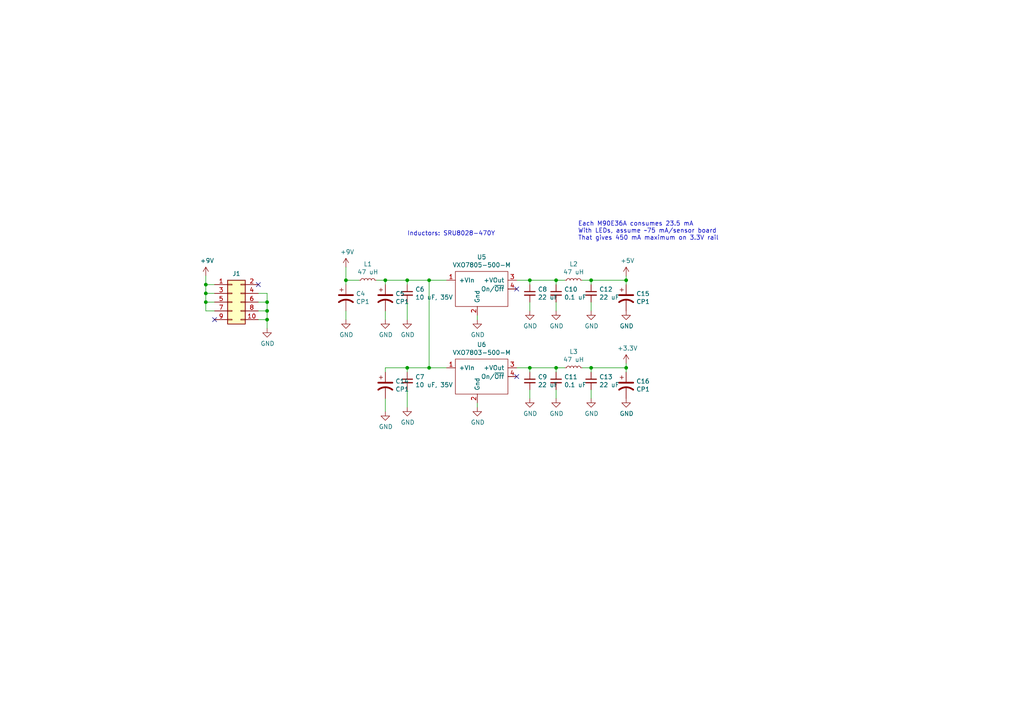
<source format=kicad_sch>
(kicad_sch (version 20211123) (generator eeschema)

  (uuid b96fe6ac-3535-4455-ab88-ed77f5e46d6e)

  (paper "A4")

  (lib_symbols
    (symbol "Connector_Generic:Conn_02x05_Odd_Even" (pin_names (offset 1.016) hide) (in_bom yes) (on_board yes)
      (property "Reference" "J" (id 0) (at 1.27 7.62 0)
        (effects (font (size 1.27 1.27)))
      )
      (property "Value" "Conn_02x05_Odd_Even" (id 1) (at 1.27 -7.62 0)
        (effects (font (size 1.27 1.27)))
      )
      (property "Footprint" "" (id 2) (at 0 0 0)
        (effects (font (size 1.27 1.27)) hide)
      )
      (property "Datasheet" "~" (id 3) (at 0 0 0)
        (effects (font (size 1.27 1.27)) hide)
      )
      (property "ki_keywords" "connector" (id 4) (at 0 0 0)
        (effects (font (size 1.27 1.27)) hide)
      )
      (property "ki_description" "Generic connector, double row, 02x05, odd/even pin numbering scheme (row 1 odd numbers, row 2 even numbers), script generated (kicad-library-utils/schlib/autogen/connector/)" (id 5) (at 0 0 0)
        (effects (font (size 1.27 1.27)) hide)
      )
      (property "ki_fp_filters" "Connector*:*_2x??_*" (id 6) (at 0 0 0)
        (effects (font (size 1.27 1.27)) hide)
      )
      (symbol "Conn_02x05_Odd_Even_1_1"
        (rectangle (start -1.27 -4.953) (end 0 -5.207)
          (stroke (width 0.1524) (type default) (color 0 0 0 0))
          (fill (type none))
        )
        (rectangle (start -1.27 -2.413) (end 0 -2.667)
          (stroke (width 0.1524) (type default) (color 0 0 0 0))
          (fill (type none))
        )
        (rectangle (start -1.27 0.127) (end 0 -0.127)
          (stroke (width 0.1524) (type default) (color 0 0 0 0))
          (fill (type none))
        )
        (rectangle (start -1.27 2.667) (end 0 2.413)
          (stroke (width 0.1524) (type default) (color 0 0 0 0))
          (fill (type none))
        )
        (rectangle (start -1.27 5.207) (end 0 4.953)
          (stroke (width 0.1524) (type default) (color 0 0 0 0))
          (fill (type none))
        )
        (rectangle (start -1.27 6.35) (end 3.81 -6.35)
          (stroke (width 0.254) (type default) (color 0 0 0 0))
          (fill (type background))
        )
        (rectangle (start 3.81 -4.953) (end 2.54 -5.207)
          (stroke (width 0.1524) (type default) (color 0 0 0 0))
          (fill (type none))
        )
        (rectangle (start 3.81 -2.413) (end 2.54 -2.667)
          (stroke (width 0.1524) (type default) (color 0 0 0 0))
          (fill (type none))
        )
        (rectangle (start 3.81 0.127) (end 2.54 -0.127)
          (stroke (width 0.1524) (type default) (color 0 0 0 0))
          (fill (type none))
        )
        (rectangle (start 3.81 2.667) (end 2.54 2.413)
          (stroke (width 0.1524) (type default) (color 0 0 0 0))
          (fill (type none))
        )
        (rectangle (start 3.81 5.207) (end 2.54 4.953)
          (stroke (width 0.1524) (type default) (color 0 0 0 0))
          (fill (type none))
        )
        (pin passive line (at -5.08 5.08 0) (length 3.81)
          (name "Pin_1" (effects (font (size 1.27 1.27))))
          (number "1" (effects (font (size 1.27 1.27))))
        )
        (pin passive line (at 7.62 -5.08 180) (length 3.81)
          (name "Pin_10" (effects (font (size 1.27 1.27))))
          (number "10" (effects (font (size 1.27 1.27))))
        )
        (pin passive line (at 7.62 5.08 180) (length 3.81)
          (name "Pin_2" (effects (font (size 1.27 1.27))))
          (number "2" (effects (font (size 1.27 1.27))))
        )
        (pin passive line (at -5.08 2.54 0) (length 3.81)
          (name "Pin_3" (effects (font (size 1.27 1.27))))
          (number "3" (effects (font (size 1.27 1.27))))
        )
        (pin passive line (at 7.62 2.54 180) (length 3.81)
          (name "Pin_4" (effects (font (size 1.27 1.27))))
          (number "4" (effects (font (size 1.27 1.27))))
        )
        (pin passive line (at -5.08 0 0) (length 3.81)
          (name "Pin_5" (effects (font (size 1.27 1.27))))
          (number "5" (effects (font (size 1.27 1.27))))
        )
        (pin passive line (at 7.62 0 180) (length 3.81)
          (name "Pin_6" (effects (font (size 1.27 1.27))))
          (number "6" (effects (font (size 1.27 1.27))))
        )
        (pin passive line (at -5.08 -2.54 0) (length 3.81)
          (name "Pin_7" (effects (font (size 1.27 1.27))))
          (number "7" (effects (font (size 1.27 1.27))))
        )
        (pin passive line (at 7.62 -2.54 180) (length 3.81)
          (name "Pin_8" (effects (font (size 1.27 1.27))))
          (number "8" (effects (font (size 1.27 1.27))))
        )
        (pin passive line (at -5.08 -5.08 0) (length 3.81)
          (name "Pin_9" (effects (font (size 1.27 1.27))))
          (number "9" (effects (font (size 1.27 1.27))))
        )
      )
    )
    (symbol "Device:CP1" (pin_numbers hide) (pin_names (offset 0.254) hide) (in_bom yes) (on_board yes)
      (property "Reference" "C" (id 0) (at 0.635 2.54 0)
        (effects (font (size 1.27 1.27)) (justify left))
      )
      (property "Value" "Device_CP1" (id 1) (at 0.635 -2.54 0)
        (effects (font (size 1.27 1.27)) (justify left))
      )
      (property "Footprint" "" (id 2) (at 0 0 0)
        (effects (font (size 1.27 1.27)) hide)
      )
      (property "Datasheet" "" (id 3) (at 0 0 0)
        (effects (font (size 1.27 1.27)) hide)
      )
      (property "ki_fp_filters" "CP_*" (id 4) (at 0 0 0)
        (effects (font (size 1.27 1.27)) hide)
      )
      (symbol "CP1_0_1"
        (polyline
          (pts
            (xy -2.032 0.762)
            (xy 2.032 0.762)
          )
          (stroke (width 0.508) (type default) (color 0 0 0 0))
          (fill (type none))
        )
        (polyline
          (pts
            (xy -1.778 2.286)
            (xy -0.762 2.286)
          )
          (stroke (width 0) (type default) (color 0 0 0 0))
          (fill (type none))
        )
        (polyline
          (pts
            (xy -1.27 1.778)
            (xy -1.27 2.794)
          )
          (stroke (width 0) (type default) (color 0 0 0 0))
          (fill (type none))
        )
        (arc (start 2.032 -1.27) (mid 0 -0.5572) (end -2.032 -1.27)
          (stroke (width 0.508) (type default) (color 0 0 0 0))
          (fill (type none))
        )
      )
      (symbol "CP1_1_1"
        (pin passive line (at 0 3.81 270) (length 2.794)
          (name "~" (effects (font (size 1.27 1.27))))
          (number "1" (effects (font (size 1.27 1.27))))
        )
        (pin passive line (at 0 -3.81 90) (length 3.302)
          (name "~" (effects (font (size 1.27 1.27))))
          (number "2" (effects (font (size 1.27 1.27))))
        )
      )
    )
    (symbol "Device:C_Small" (pin_numbers hide) (pin_names (offset 0.254) hide) (in_bom yes) (on_board yes)
      (property "Reference" "C" (id 0) (at 0.254 1.778 0)
        (effects (font (size 1.27 1.27)) (justify left))
      )
      (property "Value" "C_Small" (id 1) (at 0.254 -2.032 0)
        (effects (font (size 1.27 1.27)) (justify left))
      )
      (property "Footprint" "" (id 2) (at 0 0 0)
        (effects (font (size 1.27 1.27)) hide)
      )
      (property "Datasheet" "~" (id 3) (at 0 0 0)
        (effects (font (size 1.27 1.27)) hide)
      )
      (property "ki_keywords" "capacitor cap" (id 4) (at 0 0 0)
        (effects (font (size 1.27 1.27)) hide)
      )
      (property "ki_description" "Unpolarized capacitor, small symbol" (id 5) (at 0 0 0)
        (effects (font (size 1.27 1.27)) hide)
      )
      (property "ki_fp_filters" "C_*" (id 6) (at 0 0 0)
        (effects (font (size 1.27 1.27)) hide)
      )
      (symbol "C_Small_0_1"
        (polyline
          (pts
            (xy -1.524 -0.508)
            (xy 1.524 -0.508)
          )
          (stroke (width 0.3302) (type default) (color 0 0 0 0))
          (fill (type none))
        )
        (polyline
          (pts
            (xy -1.524 0.508)
            (xy 1.524 0.508)
          )
          (stroke (width 0.3048) (type default) (color 0 0 0 0))
          (fill (type none))
        )
      )
      (symbol "C_Small_1_1"
        (pin passive line (at 0 2.54 270) (length 2.032)
          (name "~" (effects (font (size 1.27 1.27))))
          (number "1" (effects (font (size 1.27 1.27))))
        )
        (pin passive line (at 0 -2.54 90) (length 2.032)
          (name "~" (effects (font (size 1.27 1.27))))
          (number "2" (effects (font (size 1.27 1.27))))
        )
      )
    )
    (symbol "Device:L_Small" (pin_numbers hide) (pin_names (offset 0.254) hide) (in_bom yes) (on_board yes)
      (property "Reference" "L" (id 0) (at 0.762 1.016 0)
        (effects (font (size 1.27 1.27)) (justify left))
      )
      (property "Value" "L_Small" (id 1) (at 0.762 -1.016 0)
        (effects (font (size 1.27 1.27)) (justify left))
      )
      (property "Footprint" "" (id 2) (at 0 0 0)
        (effects (font (size 1.27 1.27)) hide)
      )
      (property "Datasheet" "~" (id 3) (at 0 0 0)
        (effects (font (size 1.27 1.27)) hide)
      )
      (property "ki_keywords" "inductor choke coil reactor magnetic" (id 4) (at 0 0 0)
        (effects (font (size 1.27 1.27)) hide)
      )
      (property "ki_description" "Inductor, small symbol" (id 5) (at 0 0 0)
        (effects (font (size 1.27 1.27)) hide)
      )
      (property "ki_fp_filters" "Choke_* *Coil* Inductor_* L_*" (id 6) (at 0 0 0)
        (effects (font (size 1.27 1.27)) hide)
      )
      (symbol "L_Small_0_1"
        (arc (start 0 -2.032) (mid 0.508 -1.524) (end 0 -1.016)
          (stroke (width 0) (type default) (color 0 0 0 0))
          (fill (type none))
        )
        (arc (start 0 -1.016) (mid 0.508 -0.508) (end 0 0)
          (stroke (width 0) (type default) (color 0 0 0 0))
          (fill (type none))
        )
        (arc (start 0 0) (mid 0.508 0.508) (end 0 1.016)
          (stroke (width 0) (type default) (color 0 0 0 0))
          (fill (type none))
        )
        (arc (start 0 1.016) (mid 0.508 1.524) (end 0 2.032)
          (stroke (width 0) (type default) (color 0 0 0 0))
          (fill (type none))
        )
      )
      (symbol "L_Small_1_1"
        (pin passive line (at 0 2.54 270) (length 0.508)
          (name "~" (effects (font (size 1.27 1.27))))
          (number "1" (effects (font (size 1.27 1.27))))
        )
        (pin passive line (at 0 -2.54 90) (length 0.508)
          (name "~" (effects (font (size 1.27 1.27))))
          (number "2" (effects (font (size 1.27 1.27))))
        )
      )
    )
    (symbol "custom:VXO78x-500-M" (pin_names (offset 1.016)) (in_bom yes) (on_board yes)
      (property "Reference" "U" (id 0) (at -1.27 8.89 0)
        (effects (font (size 1.27 1.27)))
      )
      (property "Value" "VXO78x-500-M" (id 1) (at 0 6.35 0)
        (effects (font (size 1.27 1.27)))
      )
      (property "Footprint" "custom:VXO78x-500-M" (id 2) (at 0 0 0)
        (effects (font (size 1.27 1.27)) hide)
      )
      (property "Datasheet" "" (id 3) (at 0 0 0)
        (effects (font (size 1.27 1.27)) hide)
      )
      (symbol "VXO78x-500-M_0_1"
        (rectangle (start -6.35 3.81) (end 8.89 -6.35)
          (stroke (width 0) (type default) (color 0 0 0 0))
          (fill (type none))
        )
      )
      (symbol "VXO78x-500-M_1_1"
        (pin power_in line (at -8.89 1.27 0) (length 2.54)
          (name "+VIn" (effects (font (size 1.27 1.27))))
          (number "1" (effects (font (size 1.27 1.27))))
        )
        (pin power_in line (at 0 -8.89 90) (length 2.54)
          (name "Gnd" (effects (font (size 1.27 1.27))))
          (number "2" (effects (font (size 1.27 1.27))))
        )
        (pin power_out line (at 11.43 1.27 180) (length 2.54)
          (name "+VOut" (effects (font (size 1.27 1.27))))
          (number "3" (effects (font (size 1.27 1.27))))
        )
        (pin input line (at 11.43 -1.27 180) (length 2.54)
          (name "On/~{Off}" (effects (font (size 1.27 1.27))))
          (number "4" (effects (font (size 1.27 1.27))))
        )
      )
    )
    (symbol "power:+3.3V" (power) (pin_names (offset 0)) (in_bom yes) (on_board yes)
      (property "Reference" "#PWR" (id 0) (at 0 -3.81 0)
        (effects (font (size 1.27 1.27)) hide)
      )
      (property "Value" "+3.3V" (id 1) (at 0 3.556 0)
        (effects (font (size 1.27 1.27)))
      )
      (property "Footprint" "" (id 2) (at 0 0 0)
        (effects (font (size 1.27 1.27)) hide)
      )
      (property "Datasheet" "" (id 3) (at 0 0 0)
        (effects (font (size 1.27 1.27)) hide)
      )
      (property "ki_keywords" "global power" (id 4) (at 0 0 0)
        (effects (font (size 1.27 1.27)) hide)
      )
      (property "ki_description" "Power symbol creates a global label with name \"+3.3V\"" (id 5) (at 0 0 0)
        (effects (font (size 1.27 1.27)) hide)
      )
      (symbol "+3.3V_0_1"
        (polyline
          (pts
            (xy -0.762 1.27)
            (xy 0 2.54)
          )
          (stroke (width 0) (type default) (color 0 0 0 0))
          (fill (type none))
        )
        (polyline
          (pts
            (xy 0 0)
            (xy 0 2.54)
          )
          (stroke (width 0) (type default) (color 0 0 0 0))
          (fill (type none))
        )
        (polyline
          (pts
            (xy 0 2.54)
            (xy 0.762 1.27)
          )
          (stroke (width 0) (type default) (color 0 0 0 0))
          (fill (type none))
        )
      )
      (symbol "+3.3V_1_1"
        (pin power_in line (at 0 0 90) (length 0) hide
          (name "+3.3V" (effects (font (size 1.27 1.27))))
          (number "1" (effects (font (size 1.27 1.27))))
        )
      )
    )
    (symbol "power:+5V" (power) (pin_names (offset 0)) (in_bom yes) (on_board yes)
      (property "Reference" "#PWR" (id 0) (at 0 -3.81 0)
        (effects (font (size 1.27 1.27)) hide)
      )
      (property "Value" "+5V" (id 1) (at 0 3.556 0)
        (effects (font (size 1.27 1.27)))
      )
      (property "Footprint" "" (id 2) (at 0 0 0)
        (effects (font (size 1.27 1.27)) hide)
      )
      (property "Datasheet" "" (id 3) (at 0 0 0)
        (effects (font (size 1.27 1.27)) hide)
      )
      (property "ki_keywords" "global power" (id 4) (at 0 0 0)
        (effects (font (size 1.27 1.27)) hide)
      )
      (property "ki_description" "Power symbol creates a global label with name \"+5V\"" (id 5) (at 0 0 0)
        (effects (font (size 1.27 1.27)) hide)
      )
      (symbol "+5V_0_1"
        (polyline
          (pts
            (xy -0.762 1.27)
            (xy 0 2.54)
          )
          (stroke (width 0) (type default) (color 0 0 0 0))
          (fill (type none))
        )
        (polyline
          (pts
            (xy 0 0)
            (xy 0 2.54)
          )
          (stroke (width 0) (type default) (color 0 0 0 0))
          (fill (type none))
        )
        (polyline
          (pts
            (xy 0 2.54)
            (xy 0.762 1.27)
          )
          (stroke (width 0) (type default) (color 0 0 0 0))
          (fill (type none))
        )
      )
      (symbol "+5V_1_1"
        (pin power_in line (at 0 0 90) (length 0) hide
          (name "+5V" (effects (font (size 1.27 1.27))))
          (number "1" (effects (font (size 1.27 1.27))))
        )
      )
    )
    (symbol "power:+9V" (power) (pin_names (offset 0)) (in_bom yes) (on_board yes)
      (property "Reference" "#PWR" (id 0) (at 0 -3.81 0)
        (effects (font (size 1.27 1.27)) hide)
      )
      (property "Value" "+9V" (id 1) (at 0 3.556 0)
        (effects (font (size 1.27 1.27)))
      )
      (property "Footprint" "" (id 2) (at 0 0 0)
        (effects (font (size 1.27 1.27)) hide)
      )
      (property "Datasheet" "" (id 3) (at 0 0 0)
        (effects (font (size 1.27 1.27)) hide)
      )
      (property "ki_keywords" "global power" (id 4) (at 0 0 0)
        (effects (font (size 1.27 1.27)) hide)
      )
      (property "ki_description" "Power symbol creates a global label with name \"+9V\"" (id 5) (at 0 0 0)
        (effects (font (size 1.27 1.27)) hide)
      )
      (symbol "+9V_0_1"
        (polyline
          (pts
            (xy -0.762 1.27)
            (xy 0 2.54)
          )
          (stroke (width 0) (type default) (color 0 0 0 0))
          (fill (type none))
        )
        (polyline
          (pts
            (xy 0 0)
            (xy 0 2.54)
          )
          (stroke (width 0) (type default) (color 0 0 0 0))
          (fill (type none))
        )
        (polyline
          (pts
            (xy 0 2.54)
            (xy 0.762 1.27)
          )
          (stroke (width 0) (type default) (color 0 0 0 0))
          (fill (type none))
        )
      )
      (symbol "+9V_1_1"
        (pin power_in line (at 0 0 90) (length 0) hide
          (name "+9V" (effects (font (size 1.27 1.27))))
          (number "1" (effects (font (size 1.27 1.27))))
        )
      )
    )
    (symbol "power:GND" (power) (pin_names (offset 0)) (in_bom yes) (on_board yes)
      (property "Reference" "#PWR" (id 0) (at 0 -6.35 0)
        (effects (font (size 1.27 1.27)) hide)
      )
      (property "Value" "GND" (id 1) (at 0 -3.81 0)
        (effects (font (size 1.27 1.27)))
      )
      (property "Footprint" "" (id 2) (at 0 0 0)
        (effects (font (size 1.27 1.27)) hide)
      )
      (property "Datasheet" "" (id 3) (at 0 0 0)
        (effects (font (size 1.27 1.27)) hide)
      )
      (property "ki_keywords" "global power" (id 4) (at 0 0 0)
        (effects (font (size 1.27 1.27)) hide)
      )
      (property "ki_description" "Power symbol creates a global label with name \"GND\" , ground" (id 5) (at 0 0 0)
        (effects (font (size 1.27 1.27)) hide)
      )
      (symbol "GND_0_1"
        (polyline
          (pts
            (xy 0 0)
            (xy 0 -1.27)
            (xy 1.27 -1.27)
            (xy 0 -2.54)
            (xy -1.27 -1.27)
            (xy 0 -1.27)
          )
          (stroke (width 0) (type default) (color 0 0 0 0))
          (fill (type none))
        )
      )
      (symbol "GND_1_1"
        (pin power_in line (at 0 0 270) (length 0) hide
          (name "GND" (effects (font (size 1.27 1.27))))
          (number "1" (effects (font (size 1.27 1.27))))
        )
      )
    )
  )

  (junction (at 77.47 87.63) (diameter 0) (color 0 0 0 0)
    (uuid 026ac84e-b8b2-4dd2-b675-8323c24fd778)
  )
  (junction (at 181.61 81.28) (diameter 0) (color 0 0 0 0)
    (uuid 16bd6381-8ac0-4bf2-9dce-ecc20c724b8d)
  )
  (junction (at 161.29 81.28) (diameter 0) (color 0 0 0 0)
    (uuid 20c315f4-1e4f-49aa-8d61-778a7389df7e)
  )
  (junction (at 124.46 81.28) (diameter 0) (color 0 0 0 0)
    (uuid 2d67a417-188f-4014-9282-000265d80009)
  )
  (junction (at 77.47 92.71) (diameter 0) (color 0 0 0 0)
    (uuid 34d03349-6d78-4165-a683-2d8b76f2bae8)
  )
  (junction (at 100.33 81.28) (diameter 0) (color 0 0 0 0)
    (uuid 41acfe41-fac7-432a-a7a3-946566e2d504)
  )
  (junction (at 124.46 106.68) (diameter 0) (color 0 0 0 0)
    (uuid 477311b9-8f81-40c8-9c55-fd87e287247a)
  )
  (junction (at 171.45 106.68) (diameter 0) (color 0 0 0 0)
    (uuid 4fa10683-33cd-4dcd-8acc-2415cd63c62a)
  )
  (junction (at 118.11 81.28) (diameter 0) (color 0 0 0 0)
    (uuid 65134029-dbd2-409a-85a8-13c2a33ff019)
  )
  (junction (at 59.69 85.09) (diameter 0) (color 0 0 0 0)
    (uuid 6f80f798-dc24-438f-a1eb-4ee2936267c8)
  )
  (junction (at 161.29 106.68) (diameter 0) (color 0 0 0 0)
    (uuid 7b044939-8c4d-444f-b9e0-a15fcdeb5a86)
  )
  (junction (at 77.47 90.17) (diameter 0) (color 0 0 0 0)
    (uuid 86dc7a78-7d51-4111-9eea-8a8f7977eb16)
  )
  (junction (at 153.67 106.68) (diameter 0) (color 0 0 0 0)
    (uuid 89e83c2e-e90a-4a50-b278-880bac0cfb49)
  )
  (junction (at 171.45 81.28) (diameter 0) (color 0 0 0 0)
    (uuid 8d0c1d66-35ef-4a53-a28f-436a11b54f42)
  )
  (junction (at 59.69 82.55) (diameter 0) (color 0 0 0 0)
    (uuid 9a0b74a5-4879-4b51-8e8e-6d85a0107422)
  )
  (junction (at 59.69 87.63) (diameter 0) (color 0 0 0 0)
    (uuid aa79024d-ca7e-4c24-b127-7df08bbd0c75)
  )
  (junction (at 181.61 106.68) (diameter 0) (color 0 0 0 0)
    (uuid c5eb1e4c-ce83-470e-8f32-e20ff1f886a3)
  )
  (junction (at 118.11 106.68) (diameter 0) (color 0 0 0 0)
    (uuid cdfb07af-801b-44ba-8c30-d021a6ad3039)
  )
  (junction (at 153.67 81.28) (diameter 0) (color 0 0 0 0)
    (uuid d6fb27cf-362d-4568-967c-a5bf49d5931b)
  )
  (junction (at 111.76 81.28) (diameter 0) (color 0 0 0 0)
    (uuid e472dac4-5b65-4920-b8b2-6065d140a69d)
  )

  (no_connect (at 62.23 92.71) (uuid 1c68b844-c861-46b7-b734-0242168a4220))
  (no_connect (at 74.93 82.55) (uuid 4b03e854-02fe-44cc-bece-f8268b7cae54))
  (no_connect (at 149.86 109.22) (uuid 609b9e1b-4e3b-42b7-ac76-a62ec4d0e7c7))
  (no_connect (at 149.86 83.82) (uuid e54e5e19-1deb-49a9-8629-617db8e434c0))

  (wire (pts (xy 161.29 106.68) (xy 163.83 106.68))
    (stroke (width 0) (type default) (color 0 0 0 0))
    (uuid 0325ec43-0390-4ae2-b055-b1ec6ce17b1c)
  )
  (wire (pts (xy 59.69 80.01) (xy 59.69 82.55))
    (stroke (width 0) (type default) (color 0 0 0 0))
    (uuid 088f77ba-fca9-42b3-876e-a6937267f957)
  )
  (wire (pts (xy 124.46 106.68) (xy 124.46 81.28))
    (stroke (width 0) (type default) (color 0 0 0 0))
    (uuid 097edb1b-8998-4e70-b670-bba125982348)
  )
  (wire (pts (xy 77.47 87.63) (xy 74.93 87.63))
    (stroke (width 0) (type default) (color 0 0 0 0))
    (uuid 0bcafe80-ffba-4f1e-ae51-95a595b006db)
  )
  (wire (pts (xy 138.43 92.71) (xy 138.43 91.44))
    (stroke (width 0) (type default) (color 0 0 0 0))
    (uuid 0cc45b5b-96b3-4284-9cae-a3a9e324a916)
  )
  (wire (pts (xy 161.29 90.17) (xy 161.29 87.63))
    (stroke (width 0) (type default) (color 0 0 0 0))
    (uuid 0ce8d3ab-2662-4158-8a2a-18b782908fc5)
  )
  (wire (pts (xy 124.46 81.28) (xy 129.54 81.28))
    (stroke (width 0) (type default) (color 0 0 0 0))
    (uuid 14c51520-6d91-4098-a59a-5121f2a898f7)
  )
  (wire (pts (xy 171.45 115.57) (xy 171.45 113.03))
    (stroke (width 0) (type default) (color 0 0 0 0))
    (uuid 20cca02e-4c4d-4961-b6b4-b40a1731b220)
  )
  (wire (pts (xy 118.11 107.95) (xy 118.11 106.68))
    (stroke (width 0) (type default) (color 0 0 0 0))
    (uuid 25e5aa8e-2696-44a3-8d3c-c2c53f2923cf)
  )
  (wire (pts (xy 59.69 87.63) (xy 62.23 87.63))
    (stroke (width 0) (type default) (color 0 0 0 0))
    (uuid 26801cfb-b53b-4a6a-a2f4-5f4986565765)
  )
  (wire (pts (xy 171.45 81.28) (xy 181.61 81.28))
    (stroke (width 0) (type default) (color 0 0 0 0))
    (uuid 27d56953-c620-4d5b-9c1c-e48bc3d9684a)
  )
  (wire (pts (xy 171.45 106.68) (xy 181.61 106.68))
    (stroke (width 0) (type default) (color 0 0 0 0))
    (uuid 2846428d-39de-4eae-8ce2-64955d56c493)
  )
  (wire (pts (xy 171.45 90.17) (xy 171.45 87.63))
    (stroke (width 0) (type default) (color 0 0 0 0))
    (uuid 29e058a7-50a3-43e5-81c3-bfee53da08be)
  )
  (wire (pts (xy 74.93 85.09) (xy 77.47 85.09))
    (stroke (width 0) (type default) (color 0 0 0 0))
    (uuid 34cdc1c9-c9e2-44c4-9677-c1c7d7efd83d)
  )
  (wire (pts (xy 77.47 90.17) (xy 74.93 90.17))
    (stroke (width 0) (type default) (color 0 0 0 0))
    (uuid 37b6c6d6-3e12-4736-912a-ea6e2bf06721)
  )
  (wire (pts (xy 100.33 81.28) (xy 104.14 81.28))
    (stroke (width 0) (type default) (color 0 0 0 0))
    (uuid 3a52f112-cb97-43db-aaeb-20afe27664d7)
  )
  (wire (pts (xy 171.45 82.55) (xy 171.45 81.28))
    (stroke (width 0) (type default) (color 0 0 0 0))
    (uuid 3fd54105-4b7e-4004-9801-76ec66108a22)
  )
  (wire (pts (xy 161.29 115.57) (xy 161.29 113.03))
    (stroke (width 0) (type default) (color 0 0 0 0))
    (uuid 40b14a16-fb82-4b9d-89dd-55cd98abb5cc)
  )
  (wire (pts (xy 161.29 106.68) (xy 153.67 106.68))
    (stroke (width 0) (type default) (color 0 0 0 0))
    (uuid 576c6616-e95d-4f1e-8ead-dea30fcdc8c2)
  )
  (wire (pts (xy 181.61 106.68) (xy 181.61 105.41))
    (stroke (width 0) (type default) (color 0 0 0 0))
    (uuid 60dcd1fe-7079-4cb8-b509-04558ccf5097)
  )
  (wire (pts (xy 100.33 81.28) (xy 100.33 77.47))
    (stroke (width 0) (type default) (color 0 0 0 0))
    (uuid 644ae9fc-3c8e-4089-866e-a12bf371c3e9)
  )
  (wire (pts (xy 118.11 82.55) (xy 118.11 81.28))
    (stroke (width 0) (type default) (color 0 0 0 0))
    (uuid 6bf05d19-ba3e-4ba6-8a6f-4e0bc45ea3b2)
  )
  (wire (pts (xy 171.45 81.28) (xy 168.91 81.28))
    (stroke (width 0) (type default) (color 0 0 0 0))
    (uuid 6fd4442e-30b3-428b-9306-61418a63d311)
  )
  (wire (pts (xy 59.69 82.55) (xy 59.69 85.09))
    (stroke (width 0) (type default) (color 0 0 0 0))
    (uuid 71989e06-8659-4605-b2da-4f729cc41263)
  )
  (wire (pts (xy 181.61 81.28) (xy 181.61 82.55))
    (stroke (width 0) (type default) (color 0 0 0 0))
    (uuid 730b670c-9bcf-4dcd-9a8d-fcaa61fb0955)
  )
  (wire (pts (xy 111.76 106.68) (xy 111.76 107.95))
    (stroke (width 0) (type default) (color 0 0 0 0))
    (uuid 789ca812-3e0c-4a3f-97bc-a916dd9bce80)
  )
  (wire (pts (xy 163.83 81.28) (xy 161.29 81.28))
    (stroke (width 0) (type default) (color 0 0 0 0))
    (uuid 7a4ce4b3-518a-4819-b8b2-5127b3347c64)
  )
  (wire (pts (xy 161.29 81.28) (xy 153.67 81.28))
    (stroke (width 0) (type default) (color 0 0 0 0))
    (uuid 7e0a03ae-d054-4f76-a131-5c09b8dc1636)
  )
  (wire (pts (xy 111.76 81.28) (xy 111.76 82.55))
    (stroke (width 0) (type default) (color 0 0 0 0))
    (uuid 8087f566-a94d-4bbc-985b-e49ee7762296)
  )
  (wire (pts (xy 124.46 106.68) (xy 129.54 106.68))
    (stroke (width 0) (type default) (color 0 0 0 0))
    (uuid 84e5506c-143e-495f-9aa4-d3a71622f213)
  )
  (wire (pts (xy 181.61 81.28) (xy 181.61 80.01))
    (stroke (width 0) (type default) (color 0 0 0 0))
    (uuid 85b7594c-358f-454b-b2ad-dd0b1d67ed76)
  )
  (wire (pts (xy 181.61 106.68) (xy 181.61 107.95))
    (stroke (width 0) (type default) (color 0 0 0 0))
    (uuid 8a650ebf-3f78-4ca4-a26b-a5028693e36d)
  )
  (wire (pts (xy 171.45 107.95) (xy 171.45 106.68))
    (stroke (width 0) (type default) (color 0 0 0 0))
    (uuid 8bc2c25a-a1f1-4ce8-b96a-a4f8f4c35079)
  )
  (wire (pts (xy 118.11 81.28) (xy 124.46 81.28))
    (stroke (width 0) (type default) (color 0 0 0 0))
    (uuid 8c1605f9-6c91-4701-96bf-e753661d5e23)
  )
  (wire (pts (xy 109.22 81.28) (xy 111.76 81.28))
    (stroke (width 0) (type default) (color 0 0 0 0))
    (uuid 8d9a3ecc-539f-41da-8099-d37cea9c28e7)
  )
  (wire (pts (xy 161.29 82.55) (xy 161.29 81.28))
    (stroke (width 0) (type default) (color 0 0 0 0))
    (uuid 9193c41e-d425-447d-b95c-6986d66ea01c)
  )
  (wire (pts (xy 118.11 81.28) (xy 111.76 81.28))
    (stroke (width 0) (type default) (color 0 0 0 0))
    (uuid 98c78427-acd5-4f90-9ad6-9f61c4809aec)
  )
  (wire (pts (xy 111.76 92.71) (xy 111.76 90.17))
    (stroke (width 0) (type default) (color 0 0 0 0))
    (uuid 994b6220-4755-4d84-91b3-6122ac1c2c5e)
  )
  (wire (pts (xy 168.91 106.68) (xy 171.45 106.68))
    (stroke (width 0) (type default) (color 0 0 0 0))
    (uuid 9cbf35b8-f4d3-42a3-bb16-04ffd03fd8fd)
  )
  (wire (pts (xy 118.11 118.11) (xy 118.11 113.03))
    (stroke (width 0) (type default) (color 0 0 0 0))
    (uuid a24ddb4f-c217-42ca-b6cb-d12da84fb2b9)
  )
  (wire (pts (xy 161.29 107.95) (xy 161.29 106.68))
    (stroke (width 0) (type default) (color 0 0 0 0))
    (uuid a5e521b9-814e-4853-a5ac-f158785c6269)
  )
  (wire (pts (xy 100.33 90.17) (xy 100.33 92.71))
    (stroke (width 0) (type default) (color 0 0 0 0))
    (uuid abe07c9a-17c3-43b5-b7a6-ae867ac27ea7)
  )
  (wire (pts (xy 153.67 81.28) (xy 153.67 82.55))
    (stroke (width 0) (type default) (color 0 0 0 0))
    (uuid b1ddb058-f7b2-429c-9489-f4e2242ad7e5)
  )
  (wire (pts (xy 77.47 92.71) (xy 77.47 95.25))
    (stroke (width 0) (type default) (color 0 0 0 0))
    (uuid b5071759-a4d7-4769-be02-251f23cd4454)
  )
  (wire (pts (xy 118.11 92.71) (xy 118.11 87.63))
    (stroke (width 0) (type default) (color 0 0 0 0))
    (uuid b7867831-ef82-4f33-a926-59e5c1c09b91)
  )
  (wire (pts (xy 77.47 90.17) (xy 77.47 92.71))
    (stroke (width 0) (type default) (color 0 0 0 0))
    (uuid bb4b1afc-c46e-451d-8dad-36b7dec82f26)
  )
  (wire (pts (xy 149.86 106.68) (xy 153.67 106.68))
    (stroke (width 0) (type default) (color 0 0 0 0))
    (uuid c106154f-d948-43e5-abfa-e1b96055d91b)
  )
  (wire (pts (xy 59.69 90.17) (xy 62.23 90.17))
    (stroke (width 0) (type default) (color 0 0 0 0))
    (uuid c49d23ab-146d-4089-864f-2d22b5b414b9)
  )
  (wire (pts (xy 59.69 87.63) (xy 59.69 90.17))
    (stroke (width 0) (type default) (color 0 0 0 0))
    (uuid c7af8405-da2e-4a34-b9b8-518f342f8995)
  )
  (wire (pts (xy 153.67 115.57) (xy 153.67 113.03))
    (stroke (width 0) (type default) (color 0 0 0 0))
    (uuid cb614b23-9af3-4aec-bed8-c1374e001510)
  )
  (wire (pts (xy 77.47 85.09) (xy 77.47 87.63))
    (stroke (width 0) (type default) (color 0 0 0 0))
    (uuid da25bf79-0abb-4fac-a221-ca5c574dfc29)
  )
  (wire (pts (xy 77.47 87.63) (xy 77.47 90.17))
    (stroke (width 0) (type default) (color 0 0 0 0))
    (uuid e32ee344-1030-4498-9cac-bfbf7540faf4)
  )
  (wire (pts (xy 111.76 115.57) (xy 111.76 119.38))
    (stroke (width 0) (type default) (color 0 0 0 0))
    (uuid e43dbe34-ed17-4e35-a5c7-2f1679b3c415)
  )
  (wire (pts (xy 118.11 106.68) (xy 111.76 106.68))
    (stroke (width 0) (type default) (color 0 0 0 0))
    (uuid e6b860cc-cb76-4220-acfb-68f1eb348bfa)
  )
  (wire (pts (xy 62.23 82.55) (xy 59.69 82.55))
    (stroke (width 0) (type default) (color 0 0 0 0))
    (uuid eae14f5f-515c-4a6f-ad0e-e8ef233d14bf)
  )
  (wire (pts (xy 153.67 90.17) (xy 153.67 87.63))
    (stroke (width 0) (type default) (color 0 0 0 0))
    (uuid ebd06df3-d52b-4cff-99a2-a771df6d3733)
  )
  (wire (pts (xy 149.86 81.28) (xy 153.67 81.28))
    (stroke (width 0) (type default) (color 0 0 0 0))
    (uuid eee16674-2d21-45b6-ab5e-d669125df26c)
  )
  (wire (pts (xy 118.11 106.68) (xy 124.46 106.68))
    (stroke (width 0) (type default) (color 0 0 0 0))
    (uuid f1447ad6-651c-45be-a2d6-33bddf672c2c)
  )
  (wire (pts (xy 153.67 106.68) (xy 153.67 107.95))
    (stroke (width 0) (type default) (color 0 0 0 0))
    (uuid f449bd37-cc90-4487-aee6-2a20b8d2843a)
  )
  (wire (pts (xy 100.33 82.55) (xy 100.33 81.28))
    (stroke (width 0) (type default) (color 0 0 0 0))
    (uuid f4eb0267-179f-46c9-b516-9bfb06bac1ba)
  )
  (wire (pts (xy 59.69 85.09) (xy 62.23 85.09))
    (stroke (width 0) (type default) (color 0 0 0 0))
    (uuid f66398f1-1ae7-4d4d-939f-958c174c6bce)
  )
  (wire (pts (xy 138.43 118.11) (xy 138.43 116.84))
    (stroke (width 0) (type default) (color 0 0 0 0))
    (uuid f6c644f4-3036-41a6-9e14-2c08c079c6cd)
  )
  (wire (pts (xy 59.69 85.09) (xy 59.69 87.63))
    (stroke (width 0) (type default) (color 0 0 0 0))
    (uuid f78e02cd-9600-4173-be8d-67e530b5d19f)
  )
  (wire (pts (xy 77.47 92.71) (xy 74.93 92.71))
    (stroke (width 0) (type default) (color 0 0 0 0))
    (uuid f8fc38ec-0b98-40bc-ae2f-e5cc29973bca)
  )

  (text "Each M90E36A consumes 23.5 mA\nWith LEDs, assume ~75 mA/sensor board\nThat gives 450 mA maximum on 3.3V rail"
    (at 167.64 69.85 0)
    (effects (font (size 1.27 1.27)) (justify left bottom))
    (uuid 0f324b67-75ef-407f-8dbc-3c1fc5c2abba)
  )
  (text "Inductors: SRU8028-470Y" (at 118.11 68.58 0)
    (effects (font (size 1.27 1.27)) (justify left bottom))
    (uuid 9f8381e9-3077-4453-a480-a01ad9c1a940)
  )

  (symbol (lib_id "Connector_Generic:Conn_02x05_Odd_Even") (at 67.31 87.63 0) (unit 1)
    (in_bom yes) (on_board yes)
    (uuid 00000000-0000-0000-0000-00005f44c5f0)
    (property "Reference" "J1" (id 0) (at 68.58 79.375 0))
    (property "Value" "Conn_02x05_Odd_Even" (id 1) (at 68.58 79.3496 0)
      (effects (font (size 1.27 1.27)) hide)
    )
    (property "Footprint" "Connector_IDC:IDC-Header_2x05_P2.54mm_Vertical" (id 2) (at 67.31 87.63 0)
      (effects (font (size 1.27 1.27)) hide)
    )
    (property "Datasheet" "~" (id 3) (at 67.31 87.63 0)
      (effects (font (size 1.27 1.27)) hide)
    )
    (pin "1" (uuid 40886d90-cda1-45d3-84c9-605575893f32))
    (pin "10" (uuid 03a945c4-67bc-4db1-8c8f-10988efbe275))
    (pin "2" (uuid f59ee99e-0d59-4645-9027-6900c1022f95))
    (pin "3" (uuid eab660b0-3959-4b86-aceb-bc26ac1d6b39))
    (pin "4" (uuid 352cda21-dedb-4485-a43f-d833b809d07b))
    (pin "5" (uuid c15966b6-7997-4bb6-ae70-7a748e30c0c5))
    (pin "6" (uuid 98ba1f83-29b0-4e63-b3fc-78524cf3b016))
    (pin "7" (uuid 657cd4e0-7159-4348-8b37-b29f731895e1))
    (pin "8" (uuid 47eda29f-ba76-4d15-a44f-eeef8a11ec18))
    (pin "9" (uuid e70fb45f-ece6-45b3-afaf-43ec343d86d9))
  )

  (symbol (lib_id "power:GND") (at 77.47 95.25 0) (unit 1)
    (in_bom yes) (on_board yes)
    (uuid 00000000-0000-0000-0000-00005f44dd24)
    (property "Reference" "#PWR03" (id 0) (at 77.47 101.6 0)
      (effects (font (size 1.27 1.27)) hide)
    )
    (property "Value" "GND" (id 1) (at 77.597 99.6442 0))
    (property "Footprint" "" (id 2) (at 77.47 95.25 0)
      (effects (font (size 1.27 1.27)) hide)
    )
    (property "Datasheet" "" (id 3) (at 77.47 95.25 0)
      (effects (font (size 1.27 1.27)) hide)
    )
    (pin "1" (uuid 20ec74bb-77d2-4b6f-a40c-c578cb255ece))
  )

  (symbol (lib_id "power:+9V") (at 59.69 80.01 0) (unit 1)
    (in_bom yes) (on_board yes)
    (uuid 00000000-0000-0000-0000-00005f44e4f7)
    (property "Reference" "#PWR01" (id 0) (at 59.69 83.82 0)
      (effects (font (size 1.27 1.27)) hide)
    )
    (property "Value" "+9V" (id 1) (at 60.071 75.6158 0))
    (property "Footprint" "" (id 2) (at 59.69 80.01 0)
      (effects (font (size 1.27 1.27)) hide)
    )
    (property "Datasheet" "" (id 3) (at 59.69 80.01 0)
      (effects (font (size 1.27 1.27)) hide)
    )
    (pin "1" (uuid 3defaca2-da09-413b-8e01-bac4b2c97437))
  )

  (symbol (lib_id "custom:VXO78x-500-M") (at 138.43 82.55 0) (unit 1)
    (in_bom yes) (on_board yes)
    (uuid 00000000-0000-0000-0000-00005f6b5222)
    (property "Reference" "U5" (id 0) (at 139.7 74.549 0))
    (property "Value" "VXO7805-500-M" (id 1) (at 139.7 76.8604 0))
    (property "Footprint" "custom:VXO78x-500-M" (id 2) (at 138.43 82.55 0)
      (effects (font (size 1.27 1.27)) hide)
    )
    (property "Datasheet" "" (id 3) (at 138.43 82.55 0)
      (effects (font (size 1.27 1.27)) hide)
    )
    (pin "1" (uuid 9d7b1418-6c23-4392-bd3f-16d1b3bd9909))
    (pin "2" (uuid e9df2aa3-1084-4574-9b2a-3d92d0e416c5))
    (pin "3" (uuid d5823300-6b02-4e88-bc17-6f4c3d13538e))
    (pin "4" (uuid c0c42ae1-bb77-4061-9dbe-7d700002ef2b))
  )

  (symbol (lib_id "custom:VXO78x-500-M") (at 138.43 107.95 0) (unit 1)
    (in_bom yes) (on_board yes)
    (uuid 00000000-0000-0000-0000-00005f6d7b84)
    (property "Reference" "U6" (id 0) (at 139.7 99.949 0))
    (property "Value" "VXO7803-500-M" (id 1) (at 139.7 102.2604 0))
    (property "Footprint" "custom:VXO78x-500-M" (id 2) (at 138.43 107.95 0)
      (effects (font (size 1.27 1.27)) hide)
    )
    (property "Datasheet" "" (id 3) (at 138.43 107.95 0)
      (effects (font (size 1.27 1.27)) hide)
    )
    (pin "1" (uuid d2980117-00b9-4eaa-9fba-07086935c25b))
    (pin "2" (uuid 4498de84-184b-4466-b3d7-cde1d7bc9519))
    (pin "3" (uuid 67dc001b-871f-4ea4-b90b-a6c227f38e8e))
    (pin "4" (uuid 21a98fd8-a677-4041-a72a-fa16dabfe8d3))
  )

  (symbol (lib_id "power:+9V") (at 100.33 77.47 0) (unit 1)
    (in_bom yes) (on_board yes)
    (uuid 00000000-0000-0000-0000-00005f6d8223)
    (property "Reference" "#PWR09" (id 0) (at 100.33 81.28 0)
      (effects (font (size 1.27 1.27)) hide)
    )
    (property "Value" "+9V" (id 1) (at 100.711 73.0758 0))
    (property "Footprint" "" (id 2) (at 100.33 77.47 0)
      (effects (font (size 1.27 1.27)) hide)
    )
    (property "Datasheet" "" (id 3) (at 100.33 77.47 0)
      (effects (font (size 1.27 1.27)) hide)
    )
    (pin "1" (uuid fe57d6c6-6a58-4e27-ae49-abe5c6360092))
  )

  (symbol (lib_id "power:GND") (at 138.43 118.11 0) (unit 1)
    (in_bom yes) (on_board yes)
    (uuid 00000000-0000-0000-0000-00005f6d90a5)
    (property "Reference" "#PWR033" (id 0) (at 138.43 124.46 0)
      (effects (font (size 1.27 1.27)) hide)
    )
    (property "Value" "GND" (id 1) (at 138.557 122.5042 0))
    (property "Footprint" "" (id 2) (at 138.43 118.11 0)
      (effects (font (size 1.27 1.27)) hide)
    )
    (property "Datasheet" "" (id 3) (at 138.43 118.11 0)
      (effects (font (size 1.27 1.27)) hide)
    )
    (pin "1" (uuid c6098337-237a-43e2-975b-327bcd93e6fe))
  )

  (symbol (lib_id "power:GND") (at 138.43 92.71 0) (unit 1)
    (in_bom yes) (on_board yes)
    (uuid 00000000-0000-0000-0000-00005f6d9738)
    (property "Reference" "#PWR032" (id 0) (at 138.43 99.06 0)
      (effects (font (size 1.27 1.27)) hide)
    )
    (property "Value" "GND" (id 1) (at 138.557 97.1042 0))
    (property "Footprint" "" (id 2) (at 138.43 92.71 0)
      (effects (font (size 1.27 1.27)) hide)
    )
    (property "Datasheet" "" (id 3) (at 138.43 92.71 0)
      (effects (font (size 1.27 1.27)) hide)
    )
    (pin "1" (uuid 73a6a009-f337-4955-97a4-ef652363f668))
  )

  (symbol (lib_id "Device:C_Small") (at 118.11 110.49 0) (unit 1)
    (in_bom yes) (on_board yes)
    (uuid 00000000-0000-0000-0000-00005f748ce4)
    (property "Reference" "C7" (id 0) (at 120.4468 109.3216 0)
      (effects (font (size 1.27 1.27)) (justify left))
    )
    (property "Value" "10 uF, 35V" (id 1) (at 120.4468 111.633 0)
      (effects (font (size 1.27 1.27)) (justify left))
    )
    (property "Footprint" "Capacitor_SMD:C_1206_3216Metric_Pad1.42x1.75mm_HandSolder" (id 2) (at 118.11 110.49 0)
      (effects (font (size 1.27 1.27)) hide)
    )
    (property "Datasheet" "~" (id 3) (at 118.11 110.49 0)
      (effects (font (size 1.27 1.27)) hide)
    )
    (pin "1" (uuid e726cc5d-4354-4b0e-8bd9-6aa8c2320ae5))
    (pin "2" (uuid f2b896bb-e819-4110-8d4c-b414b3d70341))
  )

  (symbol (lib_id "Device:C_Small") (at 118.11 85.09 0) (unit 1)
    (in_bom yes) (on_board yes)
    (uuid 00000000-0000-0000-0000-00005f749917)
    (property "Reference" "C6" (id 0) (at 120.4468 83.9216 0)
      (effects (font (size 1.27 1.27)) (justify left))
    )
    (property "Value" "10 uF, 35V" (id 1) (at 120.4468 86.233 0)
      (effects (font (size 1.27 1.27)) (justify left))
    )
    (property "Footprint" "Capacitor_SMD:C_1206_3216Metric_Pad1.42x1.75mm_HandSolder" (id 2) (at 118.11 85.09 0)
      (effects (font (size 1.27 1.27)) hide)
    )
    (property "Datasheet" "~" (id 3) (at 118.11 85.09 0)
      (effects (font (size 1.27 1.27)) hide)
    )
    (pin "1" (uuid 01ebb1b5-4c7a-4fd8-a863-f7885885459b))
    (pin "2" (uuid 9c65e1c6-8ab1-414a-9272-fe2482ea1a5a))
  )

  (symbol (lib_id "Device:C_Small") (at 153.67 85.09 0) (unit 1)
    (in_bom yes) (on_board yes)
    (uuid 00000000-0000-0000-0000-00005f74a0cf)
    (property "Reference" "C8" (id 0) (at 156.0068 83.9216 0)
      (effects (font (size 1.27 1.27)) (justify left))
    )
    (property "Value" "22 uF" (id 1) (at 156.0068 86.233 0)
      (effects (font (size 1.27 1.27)) (justify left))
    )
    (property "Footprint" "Capacitor_SMD:C_1206_3216Metric_Pad1.42x1.75mm_HandSolder" (id 2) (at 153.67 85.09 0)
      (effects (font (size 1.27 1.27)) hide)
    )
    (property "Datasheet" "~" (id 3) (at 153.67 85.09 0)
      (effects (font (size 1.27 1.27)) hide)
    )
    (pin "1" (uuid 64918e7a-0abb-4f6f-9852-97bcf130e83b))
    (pin "2" (uuid 955e0c96-b70c-4c38-a7d6-08ba4e2c2d5d))
  )

  (symbol (lib_id "power:GND") (at 118.11 92.71 0) (unit 1)
    (in_bom yes) (on_board yes)
    (uuid 00000000-0000-0000-0000-00005f762e45)
    (property "Reference" "#PWR030" (id 0) (at 118.11 99.06 0)
      (effects (font (size 1.27 1.27)) hide)
    )
    (property "Value" "GND" (id 1) (at 118.237 97.1042 0))
    (property "Footprint" "" (id 2) (at 118.11 92.71 0)
      (effects (font (size 1.27 1.27)) hide)
    )
    (property "Datasheet" "" (id 3) (at 118.11 92.71 0)
      (effects (font (size 1.27 1.27)) hide)
    )
    (pin "1" (uuid 51bf7a25-09cb-458d-97aa-3ccc536fdded))
  )

  (symbol (lib_id "power:GND") (at 118.11 118.11 0) (unit 1)
    (in_bom yes) (on_board yes)
    (uuid 00000000-0000-0000-0000-00005f7636df)
    (property "Reference" "#PWR031" (id 0) (at 118.11 124.46 0)
      (effects (font (size 1.27 1.27)) hide)
    )
    (property "Value" "GND" (id 1) (at 118.237 122.5042 0))
    (property "Footprint" "" (id 2) (at 118.11 118.11 0)
      (effects (font (size 1.27 1.27)) hide)
    )
    (property "Datasheet" "" (id 3) (at 118.11 118.11 0)
      (effects (font (size 1.27 1.27)) hide)
    )
    (pin "1" (uuid 7e967aeb-4479-4720-ba3c-6df2a32c60ab))
  )

  (symbol (lib_id "Device:C_Small") (at 153.67 110.49 0) (unit 1)
    (in_bom yes) (on_board yes)
    (uuid 00000000-0000-0000-0000-00005f8494e4)
    (property "Reference" "C9" (id 0) (at 156.0068 109.3216 0)
      (effects (font (size 1.27 1.27)) (justify left))
    )
    (property "Value" "22 uF" (id 1) (at 156.0068 111.633 0)
      (effects (font (size 1.27 1.27)) (justify left))
    )
    (property "Footprint" "Capacitor_SMD:C_1206_3216Metric_Pad1.42x1.75mm_HandSolder" (id 2) (at 153.67 110.49 0)
      (effects (font (size 1.27 1.27)) hide)
    )
    (property "Datasheet" "~" (id 3) (at 153.67 110.49 0)
      (effects (font (size 1.27 1.27)) hide)
    )
    (pin "1" (uuid 737724c0-2c60-4036-86dd-d53fbfe67f53))
    (pin "2" (uuid 3d517e64-c57c-4b63-ac24-3a91be578050))
  )

  (symbol (lib_id "Device:C_Small") (at 161.29 85.09 0) (unit 1)
    (in_bom yes) (on_board yes)
    (uuid 00000000-0000-0000-0000-00005f84a377)
    (property "Reference" "C10" (id 0) (at 163.6268 83.9216 0)
      (effects (font (size 1.27 1.27)) (justify left))
    )
    (property "Value" "0.1 uF" (id 1) (at 163.6268 86.233 0)
      (effects (font (size 1.27 1.27)) (justify left))
    )
    (property "Footprint" "Capacitor_SMD:C_0603_1608Metric_Pad1.05x0.95mm_HandSolder" (id 2) (at 161.29 85.09 0)
      (effects (font (size 1.27 1.27)) hide)
    )
    (property "Datasheet" "~" (id 3) (at 161.29 85.09 0)
      (effects (font (size 1.27 1.27)) hide)
    )
    (pin "1" (uuid 39375329-c9cf-4611-99fe-dd5c6de057c2))
    (pin "2" (uuid 7581e61e-8f9a-4759-b2ca-24b8c1550cd6))
  )

  (symbol (lib_id "Device:C_Small") (at 161.29 110.49 0) (unit 1)
    (in_bom yes) (on_board yes)
    (uuid 00000000-0000-0000-0000-00005f894e06)
    (property "Reference" "C11" (id 0) (at 163.6268 109.3216 0)
      (effects (font (size 1.27 1.27)) (justify left))
    )
    (property "Value" "0.1 uF" (id 1) (at 163.6268 111.633 0)
      (effects (font (size 1.27 1.27)) (justify left))
    )
    (property "Footprint" "Capacitor_SMD:C_0603_1608Metric_Pad1.05x0.95mm_HandSolder" (id 2) (at 161.29 110.49 0)
      (effects (font (size 1.27 1.27)) hide)
    )
    (property "Datasheet" "~" (id 3) (at 161.29 110.49 0)
      (effects (font (size 1.27 1.27)) hide)
    )
    (pin "1" (uuid 3b06c8c9-37e4-4e5a-b663-c15bb45e342d))
    (pin "2" (uuid 74d1be10-4b5e-4ee2-9454-d63d3bb89bc5))
  )

  (symbol (lib_id "power:GND") (at 153.67 115.57 0) (unit 1)
    (in_bom yes) (on_board yes)
    (uuid 00000000-0000-0000-0000-00005f8ae2c8)
    (property "Reference" "#PWR035" (id 0) (at 153.67 121.92 0)
      (effects (font (size 1.27 1.27)) hide)
    )
    (property "Value" "GND" (id 1) (at 153.797 119.9642 0))
    (property "Footprint" "" (id 2) (at 153.67 115.57 0)
      (effects (font (size 1.27 1.27)) hide)
    )
    (property "Datasheet" "" (id 3) (at 153.67 115.57 0)
      (effects (font (size 1.27 1.27)) hide)
    )
    (pin "1" (uuid 057d85bf-9520-4a74-9705-8cf6b08be000))
  )

  (symbol (lib_id "power:GND") (at 161.29 115.57 0) (unit 1)
    (in_bom yes) (on_board yes)
    (uuid 00000000-0000-0000-0000-00005f8ae83d)
    (property "Reference" "#PWR037" (id 0) (at 161.29 121.92 0)
      (effects (font (size 1.27 1.27)) hide)
    )
    (property "Value" "GND" (id 1) (at 161.417 119.9642 0))
    (property "Footprint" "" (id 2) (at 161.29 115.57 0)
      (effects (font (size 1.27 1.27)) hide)
    )
    (property "Datasheet" "" (id 3) (at 161.29 115.57 0)
      (effects (font (size 1.27 1.27)) hide)
    )
    (pin "1" (uuid 37ba5092-40c8-4846-9918-61689070af38))
  )

  (symbol (lib_id "power:GND") (at 171.45 115.57 0) (unit 1)
    (in_bom yes) (on_board yes)
    (uuid 00000000-0000-0000-0000-00005f8aed34)
    (property "Reference" "#PWR041" (id 0) (at 171.45 121.92 0)
      (effects (font (size 1.27 1.27)) hide)
    )
    (property "Value" "GND" (id 1) (at 171.577 119.9642 0))
    (property "Footprint" "" (id 2) (at 171.45 115.57 0)
      (effects (font (size 1.27 1.27)) hide)
    )
    (property "Datasheet" "" (id 3) (at 171.45 115.57 0)
      (effects (font (size 1.27 1.27)) hide)
    )
    (pin "1" (uuid 06b3ddc6-f223-4c67-be11-cd55ca91c6ca))
  )

  (symbol (lib_id "Device:C_Small") (at 171.45 110.49 0) (unit 1)
    (in_bom yes) (on_board yes)
    (uuid 00000000-0000-0000-0000-00005f8faebc)
    (property "Reference" "C13" (id 0) (at 173.7868 109.3216 0)
      (effects (font (size 1.27 1.27)) (justify left))
    )
    (property "Value" "22 uF" (id 1) (at 173.7868 111.633 0)
      (effects (font (size 1.27 1.27)) (justify left))
    )
    (property "Footprint" "Capacitor_SMD:C_1206_3216Metric_Pad1.42x1.75mm_HandSolder" (id 2) (at 171.45 110.49 0)
      (effects (font (size 1.27 1.27)) hide)
    )
    (property "Datasheet" "~" (id 3) (at 171.45 110.49 0)
      (effects (font (size 1.27 1.27)) hide)
    )
    (pin "1" (uuid e5625f2f-35b3-4300-8687-f8ee31e46cf1))
    (pin "2" (uuid 59c24544-dad1-4a19-a142-efde4f98c32f))
  )

  (symbol (lib_id "Device:C_Small") (at 171.45 85.09 0) (unit 1)
    (in_bom yes) (on_board yes)
    (uuid 00000000-0000-0000-0000-00005f930b7a)
    (property "Reference" "C12" (id 0) (at 173.7868 83.9216 0)
      (effects (font (size 1.27 1.27)) (justify left))
    )
    (property "Value" "22 uF" (id 1) (at 173.7868 86.233 0)
      (effects (font (size 1.27 1.27)) (justify left))
    )
    (property "Footprint" "Capacitor_SMD:C_1206_3216Metric_Pad1.42x1.75mm_HandSolder" (id 2) (at 171.45 85.09 0)
      (effects (font (size 1.27 1.27)) hide)
    )
    (property "Datasheet" "~" (id 3) (at 171.45 85.09 0)
      (effects (font (size 1.27 1.27)) hide)
    )
    (pin "1" (uuid 20d48b2f-0d97-4554-a2d3-cb57ff629c58))
    (pin "2" (uuid 34dc8f14-6fa2-4338-954f-93d1bee1b837))
  )

  (symbol (lib_id "power:GND") (at 153.67 90.17 0) (unit 1)
    (in_bom yes) (on_board yes)
    (uuid 00000000-0000-0000-0000-00005f9326a0)
    (property "Reference" "#PWR034" (id 0) (at 153.67 96.52 0)
      (effects (font (size 1.27 1.27)) hide)
    )
    (property "Value" "GND" (id 1) (at 153.797 94.5642 0))
    (property "Footprint" "" (id 2) (at 153.67 90.17 0)
      (effects (font (size 1.27 1.27)) hide)
    )
    (property "Datasheet" "" (id 3) (at 153.67 90.17 0)
      (effects (font (size 1.27 1.27)) hide)
    )
    (pin "1" (uuid 10e3ca4b-6dd6-46d0-b031-216fa78fc3f9))
  )

  (symbol (lib_id "power:GND") (at 161.29 90.17 0) (unit 1)
    (in_bom yes) (on_board yes)
    (uuid 00000000-0000-0000-0000-00005f94bce1)
    (property "Reference" "#PWR036" (id 0) (at 161.29 96.52 0)
      (effects (font (size 1.27 1.27)) hide)
    )
    (property "Value" "GND" (id 1) (at 161.417 94.5642 0))
    (property "Footprint" "" (id 2) (at 161.29 90.17 0)
      (effects (font (size 1.27 1.27)) hide)
    )
    (property "Datasheet" "" (id 3) (at 161.29 90.17 0)
      (effects (font (size 1.27 1.27)) hide)
    )
    (pin "1" (uuid c401f6df-7318-4f65-81ff-5d5de018286a))
  )

  (symbol (lib_id "power:GND") (at 171.45 90.17 0) (unit 1)
    (in_bom yes) (on_board yes)
    (uuid 00000000-0000-0000-0000-00005f965535)
    (property "Reference" "#PWR039" (id 0) (at 171.45 96.52 0)
      (effects (font (size 1.27 1.27)) hide)
    )
    (property "Value" "GND" (id 1) (at 171.577 94.5642 0))
    (property "Footprint" "" (id 2) (at 171.45 90.17 0)
      (effects (font (size 1.27 1.27)) hide)
    )
    (property "Datasheet" "" (id 3) (at 171.45 90.17 0)
      (effects (font (size 1.27 1.27)) hide)
    )
    (pin "1" (uuid 0a860a1e-3d9f-455b-8d3f-05b606ae1e8c))
  )

  (symbol (lib_id "power:+5V") (at 181.61 80.01 0) (unit 1)
    (in_bom yes) (on_board yes)
    (uuid 00000000-0000-0000-0000-00005f9b7eb1)
    (property "Reference" "#PWR038" (id 0) (at 181.61 83.82 0)
      (effects (font (size 1.27 1.27)) hide)
    )
    (property "Value" "+5V" (id 1) (at 181.991 75.6158 0))
    (property "Footprint" "" (id 2) (at 181.61 80.01 0)
      (effects (font (size 1.27 1.27)) hide)
    )
    (property "Datasheet" "" (id 3) (at 181.61 80.01 0)
      (effects (font (size 1.27 1.27)) hide)
    )
    (pin "1" (uuid 4ab7678f-f0a5-4be8-af77-1366d548ccbe))
  )

  (symbol (lib_id "Device:CP1") (at 111.76 86.36 0) (unit 1)
    (in_bom yes) (on_board yes)
    (uuid 00000000-0000-0000-0000-00005fece0a1)
    (property "Reference" "C5" (id 0) (at 114.681 85.1916 0)
      (effects (font (size 1.27 1.27)) (justify left))
    )
    (property "Value" "CP1" (id 1) (at 114.681 87.503 0)
      (effects (font (size 1.27 1.27)) (justify left))
    )
    (property "Footprint" "Capacitor_THT:CP_Radial_D12.5mm_P5.00mm" (id 2) (at 111.76 86.36 0)
      (effects (font (size 1.27 1.27)) hide)
    )
    (property "Datasheet" "~" (id 3) (at 111.76 86.36 0)
      (effects (font (size 1.27 1.27)) hide)
    )
    (pin "1" (uuid 1f1e1f50-1ddd-40fb-9a0a-a43d3501dfbb))
    (pin "2" (uuid cd2e5225-5247-4632-9c13-2a6002e60f81))
  )

  (symbol (lib_id "Device:CP1") (at 100.33 86.36 0) (unit 1)
    (in_bom yes) (on_board yes)
    (uuid 00000000-0000-0000-0000-00005fef7cd4)
    (property "Reference" "C4" (id 0) (at 103.251 85.1916 0)
      (effects (font (size 1.27 1.27)) (justify left))
    )
    (property "Value" "CP1" (id 1) (at 103.251 87.503 0)
      (effects (font (size 1.27 1.27)) (justify left))
    )
    (property "Footprint" "Capacitor_THT:CP_Radial_D12.5mm_P5.00mm" (id 2) (at 100.33 86.36 0)
      (effects (font (size 1.27 1.27)) hide)
    )
    (property "Datasheet" "~" (id 3) (at 100.33 86.36 0)
      (effects (font (size 1.27 1.27)) hide)
    )
    (pin "1" (uuid cea002a4-2d4e-4eb1-abfb-142158fc8b9d))
    (pin "2" (uuid 8dd81648-430f-4328-9784-c8d9aad7b841))
  )

  (symbol (lib_id "power:GND") (at 111.76 92.71 0) (unit 1)
    (in_bom yes) (on_board yes)
    (uuid 00000000-0000-0000-0000-00005ff79160)
    (property "Reference" "#PWR028" (id 0) (at 111.76 99.06 0)
      (effects (font (size 1.27 1.27)) hide)
    )
    (property "Value" "GND" (id 1) (at 111.887 97.1042 0))
    (property "Footprint" "" (id 2) (at 111.76 92.71 0)
      (effects (font (size 1.27 1.27)) hide)
    )
    (property "Datasheet" "" (id 3) (at 111.76 92.71 0)
      (effects (font (size 1.27 1.27)) hide)
    )
    (pin "1" (uuid fcd2433f-19be-49b3-b61b-3fdc25a10a62))
  )

  (symbol (lib_id "power:GND") (at 100.33 92.71 0) (unit 1)
    (in_bom yes) (on_board yes)
    (uuid 00000000-0000-0000-0000-00005ff7941f)
    (property "Reference" "#PWR027" (id 0) (at 100.33 99.06 0)
      (effects (font (size 1.27 1.27)) hide)
    )
    (property "Value" "GND" (id 1) (at 100.457 97.1042 0))
    (property "Footprint" "" (id 2) (at 100.33 92.71 0)
      (effects (font (size 1.27 1.27)) hide)
    )
    (property "Datasheet" "" (id 3) (at 100.33 92.71 0)
      (effects (font (size 1.27 1.27)) hide)
    )
    (pin "1" (uuid 8b250678-8232-4131-9946-a13ccccf913d))
  )

  (symbol (lib_id "Device:L_Small") (at 106.68 81.28 90) (unit 1)
    (in_bom yes) (on_board yes)
    (uuid 00000000-0000-0000-0000-00005ffdbf18)
    (property "Reference" "L1" (id 0) (at 106.68 76.581 90))
    (property "Value" "47 uH" (id 1) (at 106.68 78.8924 90))
    (property "Footprint" "Inductor_SMD:L_Bourns-SRU8028_8.0x8.0mm" (id 2) (at 106.68 81.28 0)
      (effects (font (size 1.27 1.27)) hide)
    )
    (property "Datasheet" "~" (id 3) (at 106.68 81.28 0)
      (effects (font (size 1.27 1.27)) hide)
    )
    (pin "1" (uuid 7d199fb6-043a-4292-af46-abdcd726f2c7))
    (pin "2" (uuid 1cb6897a-3fb8-4796-91bd-ed7cdcb7c436))
  )

  (symbol (lib_id "Device:L_Small") (at 166.37 106.68 90) (unit 1)
    (in_bom yes) (on_board yes)
    (uuid 00000000-0000-0000-0000-00005ffe25f6)
    (property "Reference" "L3" (id 0) (at 166.37 101.981 90))
    (property "Value" "47 uH" (id 1) (at 166.37 104.2924 90))
    (property "Footprint" "Inductor_SMD:L_Bourns-SRU8028_8.0x8.0mm" (id 2) (at 166.37 106.68 0)
      (effects (font (size 1.27 1.27)) hide)
    )
    (property "Datasheet" "~" (id 3) (at 166.37 106.68 0)
      (effects (font (size 1.27 1.27)) hide)
    )
    (pin "1" (uuid 14c7823c-15b3-4c32-bb98-2afe7c4ae4fb))
    (pin "2" (uuid 1442d062-1c45-4204-8dce-7ea726f6ad92))
  )

  (symbol (lib_id "Device:L_Small") (at 166.37 81.28 90) (unit 1)
    (in_bom yes) (on_board yes)
    (uuid 00000000-0000-0000-0000-00005ffe2ca1)
    (property "Reference" "L2" (id 0) (at 166.37 76.581 90))
    (property "Value" "47 uH" (id 1) (at 166.37 78.8924 90))
    (property "Footprint" "Inductor_SMD:L_Bourns-SRU8028_8.0x8.0mm" (id 2) (at 166.37 81.28 0)
      (effects (font (size 1.27 1.27)) hide)
    )
    (property "Datasheet" "~" (id 3) (at 166.37 81.28 0)
      (effects (font (size 1.27 1.27)) hide)
    )
    (pin "1" (uuid 4441ff6d-d538-41b5-b149-cd7f3abf37f0))
    (pin "2" (uuid 435cc70e-0a97-4583-a1ed-5671180d6eff))
  )

  (symbol (lib_id "Device:CP1") (at 111.76 111.76 0) (unit 1)
    (in_bom yes) (on_board yes)
    (uuid 00000000-0000-0000-0000-00005fff7caf)
    (property "Reference" "C14" (id 0) (at 114.681 110.5916 0)
      (effects (font (size 1.27 1.27)) (justify left))
    )
    (property "Value" "CP1" (id 1) (at 114.681 112.903 0)
      (effects (font (size 1.27 1.27)) (justify left))
    )
    (property "Footprint" "Capacitor_THT:CP_Radial_D12.5mm_P5.00mm" (id 2) (at 111.76 111.76 0)
      (effects (font (size 1.27 1.27)) hide)
    )
    (property "Datasheet" "~" (id 3) (at 111.76 111.76 0)
      (effects (font (size 1.27 1.27)) hide)
    )
    (pin "1" (uuid 3c290281-20de-41f6-ac4d-d67acc3d12c1))
    (pin "2" (uuid de09fd1a-26a8-4769-af3f-9cd5e161dd50))
  )

  (symbol (lib_id "power:GND") (at 111.76 119.38 0) (unit 1)
    (in_bom yes) (on_board yes)
    (uuid 00000000-0000-0000-0000-00005fff838d)
    (property "Reference" "#PWR042" (id 0) (at 111.76 125.73 0)
      (effects (font (size 1.27 1.27)) hide)
    )
    (property "Value" "GND" (id 1) (at 111.887 123.7742 0))
    (property "Footprint" "" (id 2) (at 111.76 119.38 0)
      (effects (font (size 1.27 1.27)) hide)
    )
    (property "Datasheet" "" (id 3) (at 111.76 119.38 0)
      (effects (font (size 1.27 1.27)) hide)
    )
    (pin "1" (uuid 5e51cd7d-dce9-4bbf-b1e2-8712a52ce40d))
  )

  (symbol (lib_id "Device:CP1") (at 181.61 86.36 0) (unit 1)
    (in_bom yes) (on_board yes)
    (uuid 00000000-0000-0000-0000-00006021b99c)
    (property "Reference" "C15" (id 0) (at 184.531 85.1916 0)
      (effects (font (size 1.27 1.27)) (justify left))
    )
    (property "Value" "CP1" (id 1) (at 184.531 87.503 0)
      (effects (font (size 1.27 1.27)) (justify left))
    )
    (property "Footprint" "Capacitor_THT:CP_Radial_D8.0mm_P3.50mm" (id 2) (at 181.61 86.36 0)
      (effects (font (size 1.27 1.27)) hide)
    )
    (property "Datasheet" "~" (id 3) (at 181.61 86.36 0)
      (effects (font (size 1.27 1.27)) hide)
    )
    (pin "1" (uuid d3c075aa-25b2-496e-a28f-29f31c859e31))
    (pin "2" (uuid b757faa9-d0bc-4d18-99e5-4406e5985e34))
  )

  (symbol (lib_id "Device:CP1") (at 181.61 111.76 0) (unit 1)
    (in_bom yes) (on_board yes)
    (uuid 00000000-0000-0000-0000-00006021c51a)
    (property "Reference" "C16" (id 0) (at 184.531 110.5916 0)
      (effects (font (size 1.27 1.27)) (justify left))
    )
    (property "Value" "CP1" (id 1) (at 184.531 112.903 0)
      (effects (font (size 1.27 1.27)) (justify left))
    )
    (property "Footprint" "Capacitor_THT:CP_Radial_D8.0mm_P3.50mm" (id 2) (at 181.61 111.76 0)
      (effects (font (size 1.27 1.27)) hide)
    )
    (property "Datasheet" "~" (id 3) (at 181.61 111.76 0)
      (effects (font (size 1.27 1.27)) hide)
    )
    (pin "1" (uuid 85577c7d-90d5-464b-8c9d-231ae8ec5247))
    (pin "2" (uuid 83494f18-5d83-4ff8-b815-0e3e4e2deefe))
  )

  (symbol (lib_id "power:+3.3V") (at 181.61 105.41 0) (unit 1)
    (in_bom yes) (on_board yes)
    (uuid 00000000-0000-0000-0000-00006027c944)
    (property "Reference" "#PWR0107" (id 0) (at 181.61 109.22 0)
      (effects (font (size 1.27 1.27)) hide)
    )
    (property "Value" "+3.3V" (id 1) (at 181.991 101.0158 0))
    (property "Footprint" "" (id 2) (at 181.61 105.41 0)
      (effects (font (size 1.27 1.27)) hide)
    )
    (property "Datasheet" "" (id 3) (at 181.61 105.41 0)
      (effects (font (size 1.27 1.27)) hide)
    )
    (pin "1" (uuid 056cef12-1384-4c87-9094-fd65a4fc9eeb))
  )

  (symbol (lib_id "power:GND") (at 181.61 90.17 0) (unit 1)
    (in_bom yes) (on_board yes)
    (uuid 00000000-0000-0000-0000-00006031be51)
    (property "Reference" "#PWR0108" (id 0) (at 181.61 96.52 0)
      (effects (font (size 1.27 1.27)) hide)
    )
    (property "Value" "GND" (id 1) (at 181.737 94.5642 0))
    (property "Footprint" "" (id 2) (at 181.61 90.17 0)
      (effects (font (size 1.27 1.27)) hide)
    )
    (property "Datasheet" "" (id 3) (at 181.61 90.17 0)
      (effects (font (size 1.27 1.27)) hide)
    )
    (pin "1" (uuid 5a29cdb1-72f4-490b-b940-70ed3bd8dac4))
  )

  (symbol (lib_id "power:GND") (at 181.61 115.57 0) (unit 1)
    (in_bom yes) (on_board yes)
    (uuid 00000000-0000-0000-0000-00006031c4e4)
    (property "Reference" "#PWR0109" (id 0) (at 181.61 121.92 0)
      (effects (font (size 1.27 1.27)) hide)
    )
    (property "Value" "GND" (id 1) (at 181.737 119.9642 0))
    (property "Footprint" "" (id 2) (at 181.61 115.57 0)
      (effects (font (size 1.27 1.27)) hide)
    )
    (property "Datasheet" "" (id 3) (at 181.61 115.57 0)
      (effects (font (size 1.27 1.27)) hide)
    )
    (pin "1" (uuid 9593b9f1-af46-4166-97a6-596f109232fa))
  )
)

</source>
